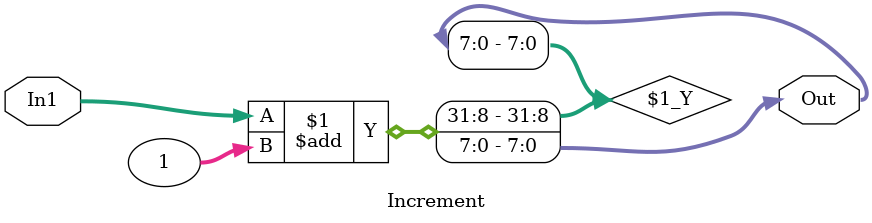
<source format=v>
`timescale 1ns / 1ps
module Increment(In1,
                 Out
    );

input [7:0] In1;

output [7:0] Out;

assign Out=In1+1;
endmodule

</source>
